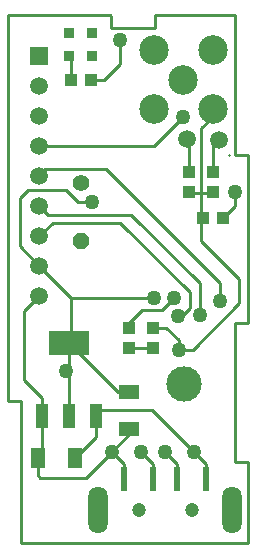
<source format=gtl>
%FSAX42Y42*%
%MOMM*%
G71*
G01*
G75*
G04 Layer_Physical_Order=1*
G04 Layer_Color=255*
%ADD10R,1.10X1.00*%
%ADD11R,0.87X0.87*%
%ADD12R,1.00X1.10*%
%ADD13R,3.40X2.15*%
%ADD14R,1.05X2.15*%
%ADD15R,1.05X2.15*%
%ADD16R,0.50X2.10*%
%ADD17R,1.70X1.25*%
%ADD18R,1.25X1.70*%
%ADD19C,0.25*%
%ADD20C,2.50*%
%ADD21R,1.50X1.50*%
%ADD22C,1.50*%
%ADD23C,1.52*%
%ADD24C,1.20*%
%ADD25O,1.65X4.00*%
%ADD26C,1.40*%
%ADD27P,1.52X8X112.5*%
%ADD28C,3.00*%
%ADD29C,1.27*%
D10*
X004352Y005283D02*
D03*
X004182D02*
D03*
X003235Y006452D02*
D03*
X003065D02*
D03*
D11*
X003048Y006655D02*
D03*
Y006849D02*
D03*
X003242D02*
D03*
Y006655D02*
D03*
D12*
X003556Y004182D02*
D03*
X003759D02*
D03*
Y004352D02*
D03*
X003556D02*
D03*
X004064Y005503D02*
D03*
X004267D02*
D03*
Y005673D02*
D03*
X004064D02*
D03*
D13*
X003048Y004222D02*
D03*
D14*
X003048Y003602D02*
D03*
X003278D02*
D03*
D15*
X002818Y003602D02*
D03*
D16*
X003511Y003070D02*
D03*
X003761D02*
D03*
X003961D02*
D03*
X004211D02*
D03*
D17*
X003556Y003495D02*
D03*
Y003810D02*
D03*
D18*
X003099Y003251D02*
D03*
X002784D02*
D03*
D19*
X002638Y002527D02*
Y003728D01*
X002527D01*
Y007003D01*
X003395D01*
X003403Y006995D01*
Y006893D01*
X003778D01*
Y007003D01*
X004453D01*
Y005812D01*
X004453Y005812D02*
X004562D01*
Y004388D01*
X004453D01*
Y003212D01*
X004562D01*
Y002527D01*
X002638D01*
X003511Y003070D02*
Y003200D01*
X003409Y003302D01*
X003556Y003449D01*
X003653Y003303D02*
X003761Y003194D01*
Y003070D01*
X003961D02*
Y003194D01*
X003858Y003297D01*
X004109Y003299D02*
X004211Y003198D01*
Y003070D01*
X004109Y003299D02*
X003753Y003655D01*
X003278D01*
Y003430D01*
X003099Y003251D01*
X003190Y003083D02*
X003409Y003302D01*
Y003253D01*
X003190Y003083D02*
X002805D01*
X002784Y003104D01*
Y003251D01*
X002818Y003283D02*
Y003602D01*
Y003755D01*
X002665Y003908D01*
Y004494D01*
X002794Y004623D01*
X003066Y004605D02*
X003767D01*
Y004614D01*
X003662Y004499D02*
X003833D01*
X003938Y004603D01*
X004008Y004455D02*
X004070Y004517D01*
Y004655D01*
X003483Y005242D01*
X002909D01*
X002794Y005128D01*
X002869Y005310D02*
X003575D01*
X004155Y004730D01*
Y004510D01*
X004095Y004162D02*
X004490Y004558D01*
Y004762D01*
X004165Y005088D01*
Y005489D01*
X004253D01*
X004165D02*
Y006040D01*
X004263Y006138D01*
Y006202D01*
X004267Y005893D02*
X004318Y005944D01*
X004398Y005814D02*
X004398Y005814D01*
X004453Y005500D02*
Y005384D01*
X004352Y005283D01*
X004165Y005489D02*
X004078D01*
X004064Y005673D02*
Y005928D01*
X004046Y005946D01*
X004267Y005673D02*
Y005893D01*
X004010Y006138D02*
X003765Y005893D01*
X002794D01*
X002848Y005692D02*
X003358D01*
X004322Y004728D01*
X004322Y004728D02*
Y004578D01*
X004095Y004162D02*
X003975D01*
Y004247D01*
X003870Y004352D01*
X003759D01*
X003556D02*
Y004392D01*
X003662Y004499D01*
X003759Y004182D02*
X003556D01*
Y003810D02*
X003460D01*
X003048Y004222D01*
X003066Y004239D01*
Y004605D01*
X002794Y004877D01*
X002630Y005041D01*
Y005447D01*
X002698Y005515D01*
X003025D01*
X003120Y005420D01*
X003240D01*
X002794Y005639D02*
X002848Y005692D01*
X002794Y005385D02*
X002869Y005310D01*
X003048Y004222D02*
Y003602D01*
X003344Y006452D02*
X003480Y006588D01*
Y006785D01*
X003344Y006452D02*
X003235D01*
X003065D02*
Y006638D01*
X003048Y006655D01*
D20*
X004263Y006202D02*
D03*
X004013Y006452D02*
D03*
X004263Y006702D02*
D03*
X003763D02*
D03*
Y006202D02*
D03*
D21*
X002794Y006655D02*
D03*
D22*
X002794Y004623D02*
D03*
Y004877D02*
D03*
Y005131D02*
D03*
Y005385D02*
D03*
Y005639D02*
D03*
Y005893D02*
D03*
Y006147D02*
D03*
Y006401D02*
D03*
D23*
X004318Y005944D02*
D03*
X004046Y005946D02*
D03*
D24*
X003636Y002810D02*
D03*
X004086D02*
D03*
D25*
X003291Y002810D02*
D03*
X004431D02*
D03*
D26*
X003150Y005578D02*
D03*
D27*
X003150Y005090D02*
D03*
D28*
X004022Y003878D02*
D03*
D29*
X003409Y003302D02*
D03*
X003653Y003303D02*
D03*
X003858Y003297D02*
D03*
X004109Y003299D02*
D03*
X003975Y004162D02*
D03*
X004155Y004460D02*
D03*
X004322Y004578D02*
D03*
X003938Y004603D02*
D03*
X003972Y004455D02*
D03*
X003767Y004605D02*
D03*
X004453Y005500D02*
D03*
X004010Y006138D02*
D03*
X003480Y006785D02*
D03*
X003240Y005420D02*
D03*
X003024Y003985D02*
D03*
M02*

</source>
